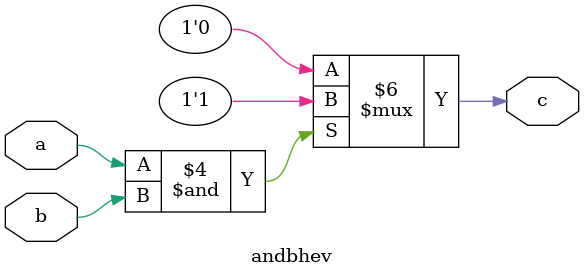
<source format=v>
module andbhev(input a,b, output reg c);
always @ (a or b) begin
    if (a==1'b1 & b==1'b1) begin
        c = 1'b1;
    end
    else 
        c = 1'b0;
end
endmodule 
</source>
